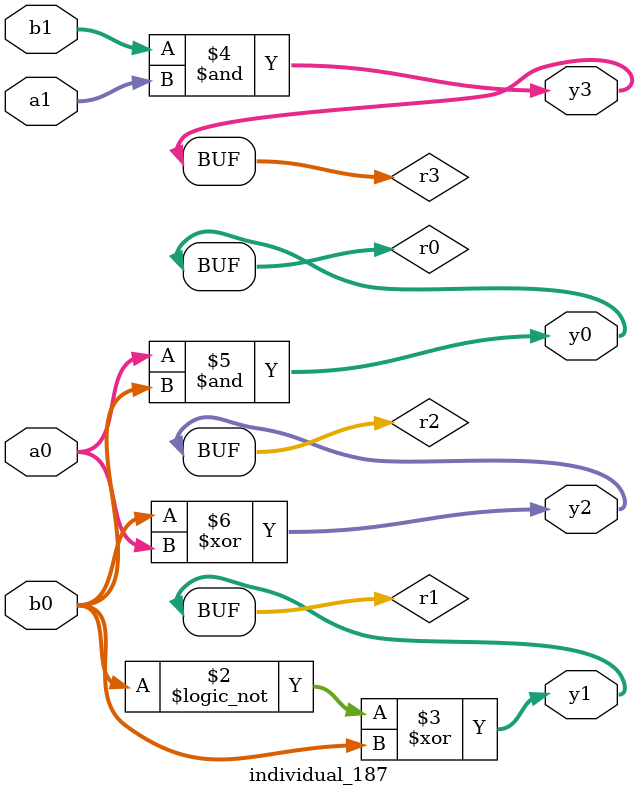
<source format=sv>
module individual_187(input logic [15:0] a1, input logic [15:0] a0, input logic [15:0] b1, input logic [15:0] b0, output logic [15:0] y3, output logic [15:0] y2, output logic [15:0] y1, output logic [15:0] y0);
logic [15:0] r0, r1, r2, r3; 
 always@(*) begin 
	 r0 = a0; r1 = a1; r2 = b0; r3 = b1; 
 	 r1 = ! b0 ;
 	 r1  ^=  b0 ;
 	 r3  &=  a1 ;
 	 r0  &=  r2 ;
 	 r2  ^=  a0 ;
 	 y3 = r3; y2 = r2; y1 = r1; y0 = r0; 
end
endmodule
</source>
